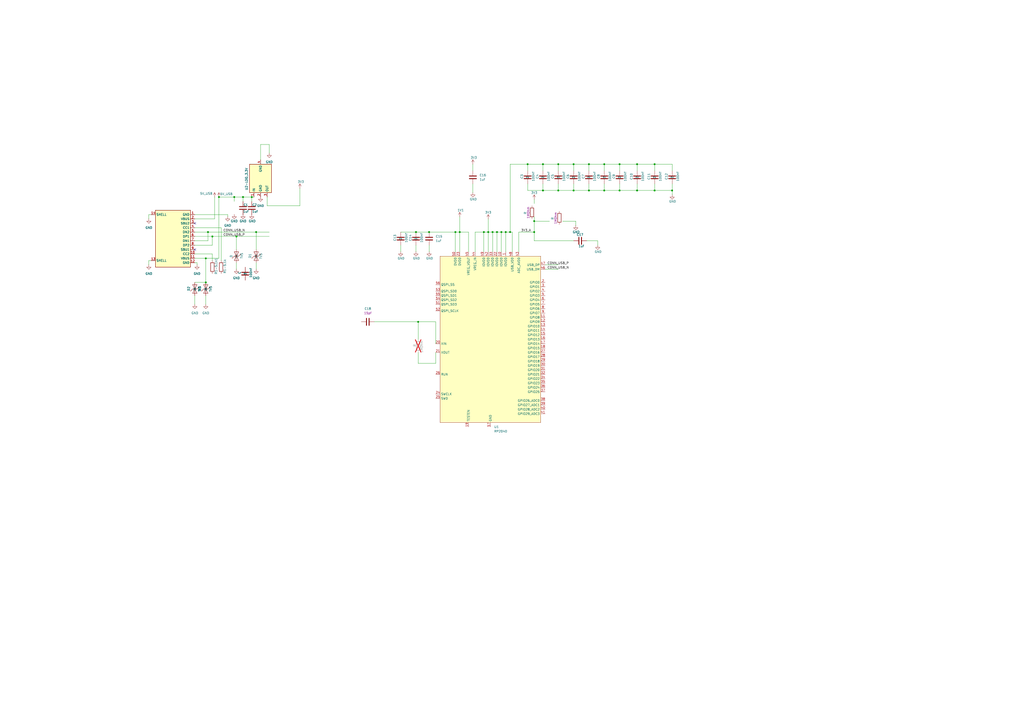
<source format=kicad_sch>
(kicad_sch (version 20250114) (generator "eeschema") (generator_version "9.0")
  (paper "A2")
  (lib_symbols
    (symbol "+1V0_1" (power) (pin_numbers (hide yes)) (pin_names (offset 0) (hide yes))
      (property "Value" "5V_USB" (at -4.826 2.032 0))
      (symbol "+1V0_1_0_1"
        (polyline (pts (xy -0.762 1.27) (xy 0 2.54)))
        (polyline (pts (xy 0 2.54) (xy 0.762 1.27)))
        (polyline (pts (xy 0 0) (xy 0 2.54)))
      )
      (symbol "+1V0_1_1_1"
        (pin power_in line (at 0 0 90) (length 0) (name "~") (number "1"))
      )
    )
    (symbol "C_2" (pin_numbers (hide yes)) (pin_names (offset 0.254))
      (property "Reference" "C" (at 24.638 17.5261 0))
      (property "Value" "1uf" (at 25.654 10.414 0))
      (symbol "C_2_0_1"
        (polyline (pts (xy 23.368 11.938) (xy 23.368 16.002)) (stroke (width 0.508)))
        (polyline (pts (xy 24.892 11.938) (xy 24.892 16.002)) (stroke (width 0.508)))
      )
      (symbol "C_2_1_1"
        (pin passive line (at 20.32 13.97 0) (length 2.794) (name "~") (number "1"))
        (pin passive line (at 27.94 13.97 180) (length 2.794) (name "~") (number "2"))
      )
    )
    (symbol "Device:C" (pin_numbers (hide yes)) (pin_names (offset 0.254))
      (property "Reference" "C" (at -13.462 10.922 0))
      (property "Value" "100nf" (at -13.462 4.318 0))
      (symbol "C_0_1"
        (polyline (pts (xy -14.732 5.588) (xy -14.732 9.652)) (stroke (width 0.508)))
        (polyline (pts (xy -13.208 5.588) (xy -13.208 9.652)) (stroke (width 0.508)))
      )
      (symbol "C_1_1"
        (pin passive line (at -17.78 7.62 0) (length 2.794) (name "1") (number "1"))
        (pin passive line (at -10.16 7.62 180) (length 2.794) (name "2") (number "2"))
      )
    )
    (symbol "Device:R" (pin_numbers (hide yes)) (pin_names (offset 0))
      (property "Reference" "R1-5.1k" (at 27.432 25.146 0))
      (symbol "R_0_1"
        (rectangle (start 28.575 28.321) (end 33.655 26.289) (stroke (width 0.254)))
      )
      (symbol "R_1_1"
        (pin passive line (at 27.305 27.305 0) (length 1.27) (name "~") (number "2"))
        (pin passive line (at 34.925 27.305 180) (length 1.27) (name "~") (number "1"))
      )
    )
    (symbol "ESD9B5.0ST5G_1" (pin_numbers (hide yes)) (pin_names (offset 1.016))
      (property "Reference" "D" (at -16.002 9.398 0))
      (property "Value" "TVS" (at -16.5099 2.54 0))
      (symbol "ESD9B5.0ST5G_1_0_1"
        (polyline (pts (xy -17.78 5.08) (xy -15.24 6.35) (xy -17.78 7.62) (xy -17.78 5.08)) (stroke (width 0.2032)))
        (polyline (pts (xy -16.51 8.89) (xy -15.24 7.62) (xy -15.24 5.08) (xy -13.97 3.81)) (stroke (width 0.2032)))
        (polyline (pts (xy -13.97 6.35) (xy -16.51 6.35)))
        (polyline (pts (xy -12.7 7.62) (xy -12.7 5.08) (xy -15.24 6.35) (xy -12.7 7.62)) (stroke (width 0.2032)))
      )
      (symbol "ESD9B5.0ST5G_1_1_1"
        (pin passive line (at -19.05 6.35 0) (length 2.54) (name "1") (number "1"))
        (pin passive line (at -11.43 6.35 180) (length 2.54) (name "2") (number "2"))
      )
    )
    (symbol "MCU_Microchip_AVR:AT90USB162-16A"
      (symbol "AT90USB162-16A_0_1"
        (rectangle (start -49.53 66.04) (end -29.21 33.02) (stroke (width 0.254)) (fill (type background)))
      )
      (symbol "AT90USB162-16A_1_1"
        (pin output line (at -52.07 63.5 0) (length 2.54) (name "SHELL") (number "14"))
        (pin output line (at -52.07 36.83 0) (length 2.54) (name "SHELL") (number "13"))
        (pin power_in line (at -26.67 63.5 180) (length 2.54) (name "GND") (number "1"))
        (pin power_in line (at -26.67 60.96 180) (length 2.54) (name "VBUS") (number "2"))
        (pin input line (at -26.67 58.42 180) (length 2.54) (name "SBU2") (number "3"))
        (pin input line (at -26.67 55.88 180) (length 2.54) (name "CC1") (number "4"))
        (pin input line (at -26.67 53.34 180) (length 2.54) (name "DN2") (number "5"))
        (pin input line (at -26.67 50.8 180) (length 2.54) (name "DP1") (number "6"))
        (pin input line (at -26.67 48.26 180) (length 2.54) (name "DN1") (number "7"))
        (pin input line (at -26.67 45.72 180) (length 2.54) (name "DP2") (number "8"))
        (pin input line (at -26.67 43.18 180) (length 2.54) (name "SBU1") (number "9"))
        (pin input line (at -26.67 40.64 180) (length 2.54) (name "CC2") (number "10"))
        (pin input line (at -26.67 38.1 180) (length 2.54) (name "VBUS") (number "11"))
        (pin power_in line (at -26.67 35.56 180) (length 2.54) (name "GND") (number "12"))
      )
    )
    (symbol "My_Lib:C_15pf" (pin_numbers (hide yes)) (pin_names (offset 0.254))
      (property "Reference" "C" (at 0.508 3.302 0))
      (property "Description" "15pf" (at 0 -3.302 0))
      (symbol "C_15pf_0_1"
        (polyline (pts (xy -0.762 -2.032) (xy -0.762 2.032)) (stroke (width 0.508)))
        (polyline (pts (xy 0.762 -2.032) (xy 0.762 2.032)) (stroke (width 0.508)))
      )
      (symbol "C_15pf_1_1"
        (pin passive line (at -3.81 0 0) (length 2.794) (name "~") (number "1"))
        (pin passive line (at 3.81 0 180) (length 2.794) (name "~") (number "2"))
      )
    )
    (symbol "My_Lib:C_1uf" (pin_numbers (hide yes)) (pin_names (offset 0.254))
      (property "Reference" "C" (at 24.638 17.5261 0))
      (property "Value" "1uf" (at 25.654 10.414 0))
      (symbol "C_1uf_0_1"
        (polyline (pts (xy 23.368 11.938) (xy 23.368 16.002)) (stroke (width 0.508)))
        (polyline (pts (xy 24.892 11.938) (xy 24.892 16.002)) (stroke (width 0.508)))
      )
      (symbol "C_1uf_1_1"
        (pin passive line (at 20.32 13.97 0) (length 2.794) (name "~") (number "1"))
        (pin passive line (at 27.94 13.97 180) (length 2.794) (name "~") (number "2"))
      )
    )
    (symbol "My_Lib:D_TVS" (pin_numbers (hide yes)) (pin_names (offset 1.016))
      (property "Reference" "D" (at -16.002 9.398 0))
      (property "Value" "TVS" (at -16.5099 2.54 0))
      (symbol "D_TVS_0_1"
        (polyline (pts (xy -17.78 5.08) (xy -15.24 6.35) (xy -17.78 7.62) (xy -17.78 5.08)) (stroke (width 0.2032)))
        (polyline (pts (xy -16.51 8.89) (xy -15.24 7.62) (xy -15.24 5.08) (xy -13.97 3.81)) (stroke (width 0.2032)))
        (polyline (pts (xy -13.97 6.35) (xy -16.51 6.35)))
        (polyline (pts (xy -12.7 7.62) (xy -12.7 5.08) (xy -15.24 6.35) (xy -12.7 7.62)) (stroke (width 0.2032)))
      )
      (symbol "D_TVS_1_1"
        (pin passive line (at -19.05 6.35 0) (length 2.54) (name "1") (number "1"))
        (pin passive line (at -11.43 6.35 180) (length 2.54) (name "2") (number "2"))
      )
    )
    (symbol "My_Lib:R-5.1k" (pin_numbers (hide yes)) (pin_names (offset 0))
      (property "Reference" "R1-5.1k1" (at 26.924 25.146 0))
      (symbol "R-5.1k_0_1"
        (rectangle (start 28.575 28.321) (end 33.655 26.289) (stroke (width 0.254)))
      )
      (symbol "R-5.1k_1_1"
        (pin passive line (at 27.305 27.305 0) (length 1.27) (name "~") (number "2"))
        (pin passive line (at 34.925 27.305 180) (length 1.27) (name "~") (number "1"))
      )
    )
    (symbol "R_1" (pin_numbers (hide yes)) (pin_names (offset 0))
      (property "Reference" "R" (at 2.286 2.032 0))
      (property "Description" "1MOhm" (at 1.778 0.254 0))
      (symbol "R_1_0_1"
        (rectangle (start -0.635 -0.889) (end 4.445 -2.921) (stroke (width 0.254)))
      )
      (symbol "R_1_1_1"
        (pin passive line (at -1.905 -1.905 0) (length 1.27) (name "~") (number "1"))
        (pin passive line (at 5.715 -1.905 180) (length 1.27) (name "~") (number "2"))
      )
    )
    (symbol "R_2" (pin_numbers (hide yes)) (pin_names (offset 0))
      (property "Reference" "R" (at 2.286 2.032 0))
      (property "Description" "1MOhm" (at 1.778 0.254 0))
      (symbol "R_2_0_1"
        (rectangle (start -0.635 -0.889) (end 4.445 -2.921) (stroke (width 0.254)))
      )
      (symbol "R_2_1_1"
        (pin passive line (at -1.905 -1.905 0) (length 1.27) (name "~") (number "1"))
        (pin passive line (at 5.715 -1.905 180) (length 1.27) (name "~") (number "2"))
      )
    )
    (symbol "R_3" (pin_numbers (hide yes)) (pin_names (offset 0))
      (property "Reference" "R" (at 2.286 2.032 0))
      (property "Description" "1MOhm" (at 1.778 0.254 0))
      (symbol "R_3_0_1"
        (rectangle (start -0.635 -0.889) (end 4.445 -2.921) (stroke (width 0.254)))
      )
      (symbol "R_3_1_1"
        (pin passive line (at -1.905 -1.905 0) (length 1.27) (name "~") (number "1"))
        (pin passive line (at 5.715 -1.905 180) (length 1.27) (name "~") (number "2"))
      )
    )
    (symbol "Regulator_Linear:LDO40LPU33RY"
      (property "Reference" "U2-LDO_3.3V" (at 0 9.652 0))
      (symbol "LDO40LPU33RY_1_1"
        (rectangle (start -10.16 7.62) (end 6.35 -5.08) (stroke (width 0.254)) (fill (type background)))
        (pin power_in line (at -12.7 5.08 0) (length 2.54) (name "IN") (number "1"))
        (pin input line (at -12.7 1.27 0) (length 2.54) (name "GND") (number "2"))
        (pin input line (at -12.7 -2.54 0) (length 2.54) (name "OUT") (number "3"))
        (pin input line (at 8.89 1.27 180) (length 2.54) (name "GND") (number "4"))
      )
    )
    (symbol "osh_sym:RP2040"
      (property "Reference" "U" (at 0 58.42 0))
      (property "Value" "RP2040" (at 0 -53.34 0))
      (symbol "RP2040_0_1"
        (rectangle (start -29.21 50.8) (end 29.21 -45.72) (fill (type background)))
        (pin bidirectional line (at -31.75 34.29 0) (length 2.54) (name "QSPI_SS") (number "56"))
        (pin bidirectional line (at -31.75 30.48 0) (length 2.54) (name "QSPI_SD0") (number "53"))
        (pin bidirectional line (at -31.75 27.94 0) (length 2.54) (name "QSPI_SD1") (number "55"))
        (pin bidirectional line (at -31.75 25.4 0) (length 2.54) (name "QSPI_SD2") (number "54"))
        (pin bidirectional line (at -31.75 22.86 0) (length 2.54) (name "QSPI_SD3") (number "51"))
        (pin output line (at -31.75 19.05 0) (length 2.54) (name "QSPI_SCLK") (number "52"))
        (pin input line (at -31.75 0 0) (length 2.54) (name "XIN") (number "20"))
        (pin unspecified line (at -31.75 -5.08 0) (length 2.54) (name "XOUT") (number "21"))
        (pin input line (at -31.75 -17.78 0) (length 2.54) (name "RUN") (number "26"))
        (pin output line (at -31.75 -29.21 0) (length 2.54) (name "SWCLK") (number "24"))
        (pin bidirectional line (at -31.75 -31.75 0) (length 2.54) (name "SWD") (number "25"))
        (pin bidirectional line (at -20.32 53.34 270) (length 2.54) (name "DVDD") (number "50"))
        (pin bidirectional line (at -17.78 53.34 270) (length 2.54) (name "DVDD") (number "23"))
        (pin bidirectional line (at -12.7 53.34 270) (length 2.54) (name "VREG_VOUT") (number "45"))
        (pin unspecified line (at -12.7 -48.26 90) (length 2.54) (name "TESTEN") (number "19"))
        (pin bidirectional line (at -8.89 53.34 270) (length 2.54) (name "VREG_IN") (number "44"))
        (pin bidirectional line (at -3.81 53.34 270) (length 2.54) (name "IOVDD") (number "49"))
        (pin bidirectional line (at -1.27 53.34 270) (length 2.54) (name "IOVDD") (number "42"))
        (pin bidirectional line (at 0 -48.26 90) (length 2.54) (name "GND") (number "57"))
        (pin bidirectional line (at 1.27 53.34 270) (length 2.54) (name "IOVDD") (number "33"))
        (pin bidirectional line (at 3.81 53.34 270) (length 2.54) (name "IOVDD") (number "22"))
        (pin bidirectional line (at 6.35 53.34 270) (length 2.54) (name "IOVDD") (number "10"))
        (pin bidirectional line (at 8.89 53.34 270) (length 2.54) (name "IOVDD") (number "1"))
        (pin bidirectional line (at 12.7 53.34 270) (length 2.54) (name "USB_VDD") (number "48"))
        (pin bidirectional line (at 16.51 53.34 270) (length 2.54) (name "ADC_AVDD") (number "43"))
        (pin bidirectional line (at 31.75 45.72 180) (length 2.54) (name "USB_DP") (number "47"))
        (pin bidirectional line (at 31.75 43.18 180) (length 2.54) (name "USB_DM") (number "46"))
        (pin bidirectional line (at 31.75 35.56 180) (length 2.54) (name "GPIO0") (number "2"))
        (pin bidirectional line (at 31.75 33.02 180) (length 2.54) (name "GPIO1") (number "3"))
        (pin bidirectional line (at 31.75 30.48 180) (length 2.54) (name "GPIO2") (number "4"))
        (pin bidirectional line (at 31.75 27.94 180) (length 2.54) (name "GPIO3") (number "5"))
        (pin bidirectional line (at 31.75 25.4 180) (length 2.54) (name "GPIO4") (number "6"))
        (pin bidirectional line (at 31.75 22.86 180) (length 2.54) (name "GPIO5") (number "7"))
        (pin bidirectional line (at 31.75 20.32 180) (length 2.54) (name "GPIO6") (number "8"))
        (pin bidirectional line (at 31.75 17.78 180) (length 2.54) (name "GPIO7") (number "9"))
        (pin bidirectional line (at 31.75 15.24 180) (length 2.54) (name "GPIO8") (number "11"))
        (pin bidirectional line (at 31.75 12.7 180) (length 2.54) (name "GPIO9") (number "12"))
        (pin bidirectional line (at 31.75 10.16 180) (length 2.54) (name "GPIO10") (number "13"))
        (pin bidirectional line (at 31.75 7.62 180) (length 2.54) (name "GPIO11") (number "14"))
        (pin bidirectional line (at 31.75 5.08 180) (length 2.54) (name "GPIO12") (number "15"))
        (pin bidirectional line (at 31.75 2.54 180) (length 2.54) (name "GPIO13") (number "16"))
        (pin bidirectional line (at 31.75 0 180) (length 2.54) (name "GPIO14") (number "17"))
        (pin bidirectional line (at 31.75 -2.54 180) (length 2.54) (name "GPIO15") (number "18"))
        (pin bidirectional line (at 31.75 -5.08 180) (length 2.54) (name "GPIO16") (number "27"))
        (pin bidirectional line (at 31.75 -7.62 180) (length 2.54) (name "GPIO17") (number "28"))
        (pin bidirectional line (at 31.75 -10.16 180) (length 2.54) (name "GPIO18") (number "29"))
        (pin bidirectional line (at 31.75 -12.7 180) (length 2.54) (name "GPIO19") (number "30"))
        (pin bidirectional line (at 31.75 -15.24 180) (length 2.54) (name "GPIO20") (number "31"))
        (pin bidirectional line (at 31.75 -17.78 180) (length 2.54) (name "GPIO21") (number "32"))
        (pin bidirectional line (at 31.75 -20.32 180) (length 2.54) (name "GPIO22") (number "34"))
        (pin bidirectional line (at 31.75 -22.86 180) (length 2.54) (name "GPIO23") (number "35"))
        (pin bidirectional line (at 31.75 -25.4 180) (length 2.54) (name "GPIO24") (number "36"))
        (pin bidirectional line (at 31.75 -27.94 180) (length 2.54) (name "GPIO25") (number "37"))
        (pin bidirectional line (at 31.75 -33.02 180) (length 2.54) (name "GPIO26_ADC0") (number "38"))
        (pin bidirectional line (at 31.75 -35.56 180) (length 2.54) (name "GPIO27_ADC1") (number "39"))
        (pin bidirectional line (at 31.75 -38.1 180) (length 2.54) (name "GPIO28_ADC2") (number "40"))
        (pin bidirectional line (at 31.75 -40.64 180) (length 2.54) (name "GPIO29_ADC3") (number "41"))
      )
    )
    (symbol "power:+1V0" (power) (pin_numbers (hide yes)) (pin_names (offset 0) (hide yes))
      (property "Value" "5V_USB" (at 4.318 1.778 0))
      (symbol "+1V0_0_1"
        (polyline (pts (xy -0.762 1.27) (xy 0 2.54)))
        (polyline (pts (xy 0 2.54) (xy 0.762 1.27)))
        (polyline (pts (xy 0 0) (xy 0 2.54)))
      )
      (symbol "+1V0_1_1"
        (pin power_in line (at 0 0 90) (length 0) (name "~") (number "1"))
      )
    )
    (symbol "power:GND" (power) (pin_numbers (hide yes)) (pin_names (offset 0) (hide yes))
      (property "Value" "GND" (at 0 -3.81 0))
      (symbol "GND_0_1"
        (polyline (pts (xy 0 0) (xy 0 -1.27) (xy 1.27 -1.27) (xy 0 -2.54) (xy -1.27 -1.27) (xy 0 -1.27)))
      )
      (symbol "GND_1_1"
        (pin power_in line (at 0 0 270) (length 0) (name "~") (number "1"))
      )
    )
  )
  (junction (at 323.85 110.49))
  (junction (at 309.88 134.62))
  (junction (at 140.97 114.3))
  (junction (at 350.52 110.49))
  (junction (at 350.52 95.25))
  (junction (at 288.29 134.62))
  (junction (at 123.19 137.16))
  (junction (at 369.57 95.25))
  (junction (at 248.92 134.62))
  (junction (at 266.7 134.62))
  (junction (at 119.38 163.83))
  (junction (at 135.89 114.3))
  (junction (at 309.88 128.27))
  (junction (at 280.67 134.62))
  (junction (at 283.21 134.62))
  (junction (at 323.85 95.25))
  (junction (at 369.57 110.49))
  (junction (at 314.96 110.49))
  (junction (at 264.16 134.62))
  (junction (at 137.16 137.16))
  (junction (at 341.63 110.49))
  (junction (at 120.65 134.62))
  (junction (at 295.91 134.62))
  (junction (at 359.41 110.49))
  (junction (at 359.41 95.25))
  (junction (at 285.75 134.62))
  (junction (at 332.74 95.25))
  (junction (at 127 114.3))
  (junction (at 290.83 134.62))
  (junction (at 332.74 110.49))
  (junction (at 148.59 134.62))
  (junction (at 241.3 134.62))
  (junction (at 306.07 95.25))
  (junction (at 293.37 134.62))
  (junction (at 389.89 110.49))
  (junction (at 242.57 186.69))
  (junction (at 119.38 149.86))
  (junction (at 146.05 114.3))
  (junction (at 341.63 95.25))
  (junction (at 379.73 110.49))
  (junction (at 379.73 95.25))
  (junction (at 314.96 95.25))
  (no_connect (at 113.03 129.54))
  (no_connect (at 113.03 144.78))
  (wire (pts (xy 248.92 134.62) (xy 264.16 134.62)))
  (wire (pts (xy 359.41 110.49) (xy 369.57 110.49)))
  (wire (pts (xy 283.21 134.62) (xy 283.21 146.05)))
  (wire (pts (xy 314.96 106.68) (xy 314.96 110.49)))
  (wire (pts (xy 113.03 163.83) (xy 119.38 163.83)))
  (wire (pts (xy 323.85 95.25) (xy 332.74 95.25)))
  (wire (pts (xy 87.63 124.46) (xy 86.36 124.46)))
  (wire (pts (xy 151.13 83.82) (xy 156.21 83.82)))
  (wire (pts (xy 113.03 171.45) (xy 113.03 176.53)))
  (wire (pts (xy 119.38 171.45) (xy 119.38 176.53)))
  (wire (pts (xy 127 114.3) (xy 127 149.86)))
  (wire (pts (xy 332.74 95.25) (xy 341.63 95.25)))
  (wire (pts (xy 323.85 110.49) (xy 332.74 110.49)))
  (wire (pts (xy 359.41 95.25) (xy 369.57 95.25)))
  (wire (pts (xy 309.88 115.57) (xy 309.88 118.11)))
  (wire (pts (xy 151.13 92.71) (xy 151.13 83.82)))
  (wire (pts (xy 242.57 204.47) (xy 242.57 210.82)))
  (wire (pts (xy 288.29 134.62) (xy 290.83 134.62)))
  (wire (pts (xy 140.97 114.3) (xy 135.89 114.3)))
  (wire (pts (xy 135.89 114.3) (xy 135.89 116.84)))
  (wire (pts (xy 156.21 83.82) (xy 156.21 88.9)))
  (wire (pts (xy 86.36 124.46) (xy 86.36 127)))
  (wire (pts (xy 137.16 137.16) (xy 156.21 137.16)))
  (wire (pts (xy 309.88 134.62) (xy 309.88 139.7)))
  (wire (pts (xy 293.37 134.62) (xy 295.91 134.62)))
  (wire (pts (xy 120.65 134.62) (xy 148.59 134.62)))
  (wire (pts (xy 148.59 152.4) (xy 148.59 156.21)))
  (wire (pts (xy 275.59 134.62) (xy 280.67 134.62)))
  (wire (pts (xy 350.52 95.25) (xy 350.52 99.06)))
  (wire (pts (xy 306.07 106.68) (xy 306.07 110.49)))
  (wire (pts (xy 369.57 110.49) (xy 379.73 110.49)))
  (wire (pts (xy 242.57 186.69) (xy 252.73 186.69)))
  (wire (pts (xy 283.21 127) (xy 283.21 134.62)))
  (wire (pts (xy 275.59 134.62) (xy 275.59 146.05)))
  (wire (pts (xy 119.38 149.86) (xy 119.38 163.83)))
  (wire (pts (xy 148.59 134.62) (xy 148.59 144.78)))
  (wire (pts (xy 113.03 134.62) (xy 120.65 134.62)))
  (wire (pts (xy 316.23 156.21) (xy 323.85 156.21)))
  (wire (pts (xy 113.03 139.7) (xy 120.65 139.7)))
  (wire (pts (xy 379.73 110.49) (xy 389.89 110.49)))
  (wire (pts (xy 217.17 186.69) (xy 242.57 186.69)))
  (wire (pts (xy 389.89 110.49) (xy 389.89 113.03)))
  (wire (pts (xy 285.75 134.62) (xy 285.75 146.05)))
  (wire (pts (xy 309.88 139.7) (xy 332.74 139.7)))
  (wire (pts (xy 309.88 128.27) (xy 318.77 128.27)))
  (wire (pts (xy 297.18 134.62) (xy 297.18 146.05)))
  (wire (pts (xy 147.32 114.3) (xy 146.05 114.3)))
  (wire (pts (xy 137.16 137.16) (xy 137.16 144.78)))
  (wire (pts (xy 350.52 106.68) (xy 350.52 110.49)))
  (wire (pts (xy 241.3 134.62) (xy 248.92 134.62)))
  (wire (pts (xy 309.88 125.73) (xy 309.88 128.27)))
  (wire (pts (xy 128.27 132.08) (xy 128.27 151.13)))
  (wire (pts (xy 288.29 134.62) (xy 288.29 146.05)))
  (wire (pts (xy 120.65 134.62) (xy 120.65 139.7)))
  (wire (pts (xy 332.74 106.68) (xy 332.74 110.49)))
  (wire (pts (xy 113.03 132.08) (xy 128.27 132.08)))
  (wire (pts (xy 248.92 146.05) (xy 248.92 142.24)))
  (wire (pts (xy 242.57 210.82) (xy 252.73 210.82)))
  (wire (pts (xy 232.41 146.05) (xy 232.41 142.24)))
  (wire (pts (xy 132.08 124.46) (xy 132.08 125.73)))
  (wire (pts (xy 300.99 146.05) (xy 300.99 134.62)))
  (wire (pts (xy 123.19 137.16) (xy 123.19 142.24)))
  (wire (pts (xy 119.38 149.86) (xy 113.03 149.86)))
  (wire (pts (xy 290.83 134.62) (xy 293.37 134.62)))
  (wire (pts (xy 113.03 152.4) (xy 114.3 152.4)))
  (wire (pts (xy 389.89 110.49) (xy 389.89 106.68)))
  (wire (pts (xy 173.99 109.22) (xy 173.99 119.38)))
  (wire (pts (xy 341.63 110.49) (xy 350.52 110.49)))
  (wire (pts (xy 113.03 127) (xy 124.46 127)))
  (wire (pts (xy 350.52 95.25) (xy 359.41 95.25)))
  (wire (pts (xy 252.73 186.69) (xy 252.73 199.39)))
  (wire (pts (xy 146.05 114.3) (xy 146.05 116.84)))
  (wire (pts (xy 359.41 106.68) (xy 359.41 110.49)))
  (wire (pts (xy 314.96 110.49) (xy 323.85 110.49)))
  (wire (pts (xy 283.21 134.62) (xy 285.75 134.62)))
  (wire (pts (xy 340.36 139.7) (xy 346.71 139.7)))
  (wire (pts (xy 295.91 134.62) (xy 297.18 134.62)))
  (wire (pts (xy 306.07 95.25) (xy 314.96 95.25)))
  (wire (pts (xy 280.67 134.62) (xy 283.21 134.62)))
  (wire (pts (xy 148.59 134.62) (xy 156.21 134.62)))
  (wire (pts (xy 252.73 210.82) (xy 252.73 204.47)))
  (wire (pts (xy 274.32 95.25) (xy 274.32 99.06)))
  (wire (pts (xy 314.96 95.25) (xy 323.85 95.25)))
  (wire (pts (xy 369.57 106.68) (xy 369.57 110.49)))
  (wire (pts (xy 280.67 134.62) (xy 280.67 146.05)))
  (wire (pts (xy 113.03 124.46) (xy 132.08 124.46)))
  (wire (pts (xy 300.99 134.62) (xy 309.88 134.62)))
  (wire (pts (xy 290.83 134.62) (xy 290.83 146.05)))
  (wire (pts (xy 86.36 151.13) (xy 86.36 153.67)))
  (wire (pts (xy 264.16 146.05) (xy 264.16 134.62)))
  (wire (pts (xy 323.85 106.68) (xy 323.85 110.49)))
  (wire (pts (xy 346.71 139.7) (xy 346.71 142.24)))
  (wire (pts (xy 309.88 128.27) (xy 309.88 134.62)))
  (wire (pts (xy 154.94 119.38) (xy 154.94 114.3)))
  (wire (pts (xy 266.7 134.62) (xy 271.78 134.62)))
  (wire (pts (xy 369.57 95.25) (xy 379.73 95.25)))
  (wire (pts (xy 341.63 106.68) (xy 341.63 110.49)))
  (wire (pts (xy 332.74 95.25) (xy 332.74 99.06)))
  (wire (pts (xy 379.73 95.25) (xy 379.73 99.06)))
  (wire (pts (xy 295.91 95.25) (xy 306.07 95.25)))
  (wire (pts (xy 274.32 106.68) (xy 274.32 111.76)))
  (wire (pts (xy 146.05 114.3) (xy 140.97 114.3)))
  (wire (pts (xy 137.16 152.4) (xy 137.16 156.21)))
  (wire (pts (xy 271.78 134.62) (xy 271.78 146.05)))
  (wire (pts (xy 369.57 95.25) (xy 369.57 99.06)))
  (wire (pts (xy 389.89 95.25) (xy 389.89 99.06)))
  (wire (pts (xy 341.63 95.25) (xy 341.63 99.06)))
  (wire (pts (xy 154.94 119.38) (xy 173.99 119.38)))
  (wire (pts (xy 232.41 134.62) (xy 241.3 134.62)))
  (wire (pts (xy 241.3 146.05) (xy 241.3 142.24)))
  (wire (pts (xy 114.3 152.4) (xy 114.3 153.67)))
  (wire (pts (xy 123.19 137.16) (xy 137.16 137.16)))
  (wire (pts (xy 140.97 114.3) (xy 140.97 116.84)))
  (wire (pts (xy 135.89 114.3) (xy 127 114.3)))
  (wire (pts (xy 306.07 110.49) (xy 314.96 110.49)))
  (wire (pts (xy 124.46 127) (xy 124.46 114.3)))
  (wire (pts (xy 266.7 125.73) (xy 266.7 134.62)))
  (wire (pts (xy 123.19 142.24) (xy 113.03 142.24)))
  (wire (pts (xy 295.91 134.62) (xy 295.91 95.25)))
  (wire (pts (xy 350.52 110.49) (xy 359.41 110.49)))
  (wire (pts (xy 127 149.86) (xy 119.38 149.86)))
  (wire (pts (xy 379.73 95.25) (xy 389.89 95.25)))
  (wire (pts (xy 332.74 110.49) (xy 341.63 110.49)))
  (wire (pts (xy 314.96 95.25) (xy 314.96 99.06)))
  (wire (pts (xy 306.07 95.25) (xy 306.07 99.06)))
  (wire (pts (xy 316.23 153.67) (xy 323.85 153.67)))
  (wire (pts (xy 242.57 186.69) (xy 242.57 196.85)))
  (wire (pts (xy 285.75 134.62) (xy 288.29 134.62)))
  (wire (pts (xy 293.37 134.62) (xy 293.37 146.05)))
  (wire (pts (xy 264.16 134.62) (xy 266.7 134.62)))
  (wire (pts (xy 87.63 151.13) (xy 86.36 151.13)))
  (wire (pts (xy 326.39 128.27) (xy 334.01 128.27)))
  (wire (pts (xy 113.03 147.32) (xy 123.19 147.32)))
  (wire (pts (xy 123.19 147.32) (xy 123.19 151.13)))
  (wire (pts (xy 341.63 95.25) (xy 350.52 95.25)))
  (wire (pts (xy 379.73 106.68) (xy 379.73 110.49)))
  (wire (pts (xy 334.01 128.27) (xy 334.01 130.81)))
  (wire (pts (xy 323.85 95.25) (xy 323.85 99.06)))
  (wire (pts (xy 113.03 137.16) (xy 123.19 137.16)))
  (wire (pts (xy 359.41 95.25) (xy 359.41 99.06)))
  (wire (pts (xy 266.7 134.62) (xy 266.7 146.05)))
  (label "3V3_A" (at 302.26 134.62 0))
  (label "CONN_USB_P" (at 129.54 137.16 0))
  (label "CONN_USB_P" (at 317.5 153.67 0))
  (label "CONN_USB_N" (at 129.54 134.62 0))
  (label "CONN_USB_N" (at 317.5 156.21 0))
  (symbol (lib_id "power:+1V0") (at 309.88 115.57 0) (unit 1)
    (property "Reference" "#PWR025" (effects (hide yes)))
    (property "Value" "3V3" (at 309.88 111.76 0))
    (property "Description" "Power symbol creates a global label with name \"+1V0\"" (effects (hide yes)))
  )
  (symbol (lib_id "My_Lib:C_1uf") (at 262.89 162.56 90) (unit 1)
    (property "Reference" "C15" (at 252.73 137.1599 90) (effects (justify right)))
    (property "Value" "1uf" (at 252.73 139.6999 90) (effects (justify right)))
    (property "Datasheet" "https://www.lcsc.com/datasheet/C29936.pdf" (effects (hide yes)))
    (property "Description" "25V 1uF X7R ±10% 0603 Ceramic Capacitors ROHS" (effects (hide yes)))
    (property "LCSC Part" "C29936" (effects (hide yes)))
  )
  (symbol (lib_id "My_Lib:D_TVS") (at 119.38 152.4 90) (unit 1)
    (property "Reference" "D2" (at 109.474 166.116 0) (effects (justify right)))
    (property "Value" "TVS" (at 115.824 165.862 0) (effects (justify right)))
    (property "Datasheet" "https://www.lcsc.com/datasheet/C10662.pdf" (effects (hide yes)))
    (property "Description" "40V Bidirectional 14V 0402 TVS Diodes ROHS" (effects (hide yes)))
    (property "LCSC Part" "C10662" (effects (hide yes)))
  )
  (symbol (lib_id "power:GND") (at 114.3 153.67 0) (unit 1)
    (property "Reference" "#PWR03" (effects (hide yes)))
    (property "Value" "GND" (at 114.3 158.75 0))
    (property "Description" "Power symbol creates a global label with name \"GND\" , ground" (effects (hide yes)))
  )
  (symbol (lib_name "R_3") (lib_id "Device:R") (at 240.665 202.565 90) (unit 1) (dnp yes)
    (property "Reference" "R" (at 240.538 199.644 0) (effects (justify right)))
    (property "Value" "RC0402FR-071ML" (effects (hide yes)))
    (property "Datasheet" "https://www.lcsc.com/datasheet/C138033.pdf" (effects (hide yes)))
    (property "Description" "1MOhm" (at 244.602 197.612 0) (effects (justify right)))
    (property "LCSC Part" "C138033" (effects (hide yes)))
  )
  (symbol (lib_id "power:+1V0") (at 127 114.3 0) (unit 1)
    (property "Reference" "#PWR06" (effects (hide yes)))
    (property "Value" "5V_USB" (at 131.318 112.522 0))
    (property "Description" "Power symbol creates a global label with name \"+1V0\"" (effects (hide yes)))
  )
  (symbol (lib_id "My_Lib:C_15pf") (at 213.36 186.69 0) (unit 1)
    (property "Reference" "C18" (at 213.36 179.07 0))
    (property "Value" "CC0402JRNPO9BN150" (effects (hide yes)))
    (property "Datasheet" "https://www.lcsc.com/datasheet/C106997.pdf" (effects (hide yes)))
    (property "Description" "15pf" (at 213.36 181.61 0))
    (property "LCSC Part" "106997" (effects (hide yes)))
  )
  (symbol (lib_id "Device:R") (at 155.575 186.055 90) (unit 1)
    (property "Reference" "R1-5.1k" (at 130.429 158.623 0) (effects (justify left)))
    (property "Value" "0402WGF5101TCE" (effects (hide yes)))
    (property "Datasheet" "https://www.lcsc.com/datasheet/C25905.pdf" (effects (hide yes)))
    (property "Description" "5.1kΩ 62.5mW 50V ±100ppm/℃ Thick Film Resistor ±1% 0402 Chip Resistor - Surface Mount ROHS" (effects (hide yes)))
    (property "LCSC Part" "C25905" (effects (hide yes)))
  )
  (symbol (lib_id "power:GND") (at 119.38 176.53 0) (unit 1)
    (property "Reference" "#PWR010" (effects (hide yes)))
    (property "Value" "GND" (at 119.38 181.61 0))
    (property "Description" "Power symbol creates a global label with name \"GND\" , ground" (effects (hide yes)))
  )
  (symbol (lib_id "power:GND") (at 140.97 124.46 0) (unit 1)
    (property "Reference" "#PWR014" (effects (hide yes)))
    (property "Value" "GND" (at 140.97 128.27 0))
    (property "Description" "Power symbol creates a global label with name \"GND\" , ground" (effects (hide yes)))
  )
  (symbol (lib_id "power:GND") (at 241.3 146.05 0) (unit 1)
    (property "Reference" "#PWR021" (effects (hide yes)))
    (property "Value" "GND" (at 241.554 149.86 0))
    (property "Description" "Power symbol creates a global label with name \"GND\" , ground" (effects (hide yes)))
  )
  (symbol (lib_id "power:GND") (at 346.71 142.24 0) (unit 1)
    (property "Reference" "#PWR026" (effects (hide yes)))
    (property "Value" "GND" (at 346.964 146.05 0))
    (property "Description" "Power symbol creates a global label with name \"GND\" , ground" (effects (hide yes)))
  )
  (symbol (lib_id "power:+1V0") (at 283.21 127 0) (unit 1)
    (property "Reference" "#PWR017" (effects (hide yes)))
    (property "Value" "3V3" (at 283.21 123.19 0))
    (property "Description" "Power symbol creates a global label with name \"+1V0\"" (effects (hide yes)))
  )
  (symbol (lib_id "Device:C") (at 149.86 144.78 90) (unit 1)
    (property "Reference" "C" (at 138.938 158.242 0))
    (property "Value" "100nf" (at 145.542 158.242 0))
    (property "Datasheet" "https://www.lcsc.com/datasheet/C60474.pdf" (effects (hide yes)))
    (property "Description" "16V 100nF X7R ±10% 0402 Ceramic Capacitors ROHScapacitor" (effects (hide yes)))
    (property "LCSC Part" "C60474 " (effects (hide yes)))
  )
  (symbol (lib_id "power:GND") (at 248.92 146.05 0) (unit 1)
    (property "Reference" "#PWR022" (effects (hide yes)))
    (property "Value" "GND" (at 249.174 149.86 0))
    (property "Description" "Power symbol creates a global label with name \"GND\" , ground" (effects (hide yes)))
  )
  (symbol (lib_name "C_2") (lib_id "Device:C") (at 154.94 144.78 90) (unit 1)
    (property "Reference" "C1" (at 141.224 118.872 90) (effects (justify right)))
    (property "Value" "1uf" (at 140.97 122.682 90) (effects (justify right)))
    (property "Datasheet" "https://www.lcsc.com/datasheet/C29936.pdf" (effects (hide yes)))
    (property "Description" "25V 1uF X7R ±10% 0603 Ceramic Capacitors ROHS" (effects (hide yes)))
    (property "LCSC Part" "C29936" (effects (hide yes)))
  )
  (symbol (lib_id "Regulator_Linear:LDO40LPU33RY") (at 152.4 101.6 90) (unit 1)
    (property "Reference" "U2-LDO_3.3V" (at 143.002 97.282 0) (effects (justify right)))
    (property "Value" "LM3940IMP-3.3/NOPB" (effects (hide yes)))
    (property "Datasheet" "https://www.lcsc.com/datasheet/C140319.pdf" (effects (hide yes)))
    (property "Description" "Positive Fixed 3.3V SOT-223 Voltage Regulators - Linear, Low Drop Out (LDO) Regulators ROHS" (effects (hide yes)))
    (property "LCSC Part " "C140319" (effects (hide yes)))
  )
  (symbol (lib_id "power:GND") (at 86.36 127 0) (unit 1)
    (property "Reference" "#PWR01" (effects (hide yes)))
    (property "Value" "GND" (at 86.36 132.08 0))
    (property "Description" "Power symbol creates a global label with name \"GND\" , ground" (effects (hide yes)))
  )
  (symbol (lib_id "Device:C") (at 248.92 124.46 90) (unit 1)
    (property "Reference" "C14" (at 237.998 137.922 0))
    (property "Value" "100nf" (at 244.602 137.922 0))
    (property "Datasheet" "https://www.lcsc.com/datasheet/C60474.pdf" (effects (hide yes)))
    (property "Description" "16V 100nF X7R ±10% 0402 Ceramic Capacitors ROHScapacitor" (effects (hide yes)))
    (property "LCSC Part" "C60474 " (effects (hide yes)))
  )
  (symbol (lib_id "power:+1V0") (at 266.7 125.73 0) (unit 1)
    (property "Reference" "#PWR018" (effects (hide yes)))
    (property "Value" "1V1" (at 267.208 121.92 0))
    (property "Description" "Power symbol creates a global label with name \"+1V0\"" (effects (hide yes)))
  )
  (symbol (lib_name "R_2") (lib_id "Device:R") (at 322.58 128.27 90) (unit 1)
    (property "Reference" "R" (at 320.548 125.984 0) (effects (justify right)))
    (property "Value" "RC0402FR-071ML" (effects (hide yes)))
    (property "Datasheet" "https://www.lcsc.com/datasheet/C138033.pdf" (effects (hide yes)))
    (property "Description" "1MOhm" (at 322.326 126.492 0))
    (property "LCSC Part" "C138033" (effects (hide yes)))
  )
  (symbol (lib_id "power:GND") (at 86.36 153.67 0) (unit 1)
    (property "Reference" "#PWR02" (effects (hide yes)))
    (property "Value" "GND" (at 86.36 158.75 0))
    (property "Description" "Power symbol creates a global label with name \"GND\" , ground" (effects (hide yes)))
  )
  (symbol (lib_name "ESD9B5.0ST5G_1") (lib_id "Diode:ESD9B5.0ST5G") (at 143.51 133.35 90) (unit 1)
    (property "Reference" "D" (at 134.112 149.352 0) (effects (justify left)))
    (property "Value" "TVS" (at 140.208 150.114 0) (effects (justify left)))
    (property "Datasheet" "https://www.lcsc.com/datasheet/C10662.pdf" (effects (hide yes)))
    (property "Description" "40V Bidirectional 14V 0402 TVS Diodes ROHS" (effects (hide yes)))
    (property "LCSC Part" "C10662" (effects (hide yes)))
  )
  (symbol (lib_id "Device:C") (at 387.35 88.9 90) (unit 1)
    (property "Reference" "C11" (at 376.428 102.362 0))
    (property "Value" "100nf" (at 383.032 102.362 0))
    (property "Datasheet" "https://www.lcsc.com/datasheet/C60474.pdf" (effects (hide yes)))
    (property "Description" "16V 100nF X7R ±10% 0402 Ceramic Capacitors ROHScapacitor" (effects (hide yes)))
    (property "LCSC Part" "C60474 " (effects (hide yes)))
  )
  (symbol (lib_id "Device:C") (at 349.25 88.9 90) (unit 1)
    (property "Reference" "C7" (at 338.328 102.362 0))
    (property "Value" "100nf" (at 344.932 102.362 0))
    (property "Datasheet" "https://www.lcsc.com/datasheet/C60474.pdf" (effects (hide yes)))
    (property "Description" "16V 100nF X7R ±10% 0402 Ceramic Capacitors ROHScapacitor" (effects (hide yes)))
    (property "LCSC Part" "C60474 " (effects (hide yes)))
  )
  (symbol (lib_id "MCU_Microchip_AVR:AT90USB162-16A") (at 139.7 187.96 0) (unit 1)
    (property "Reference" "TYPE-C" (effects (hide yes)))
    (property "Value" "TYPE-C 16PIN 2MD(073)" (effects (hide yes)))
    (property "Datasheet" "https://www.lcsc.com/datasheet/C2765186.pdf" (effects (hide yes)))
    (property "Description" "1 16P -25℃~+85℃ Type-C SMD USB, DVI, HDMI Connector Assemblies ROHS" (effects (hide yes)))
    (property "LCSC Part" "C2765186" (effects (hide yes)))
  )
  (symbol (lib_id "power:GND") (at 113.03 176.53 0) (unit 1)
    (property "Reference" "#PWR09" (effects (hide yes)))
    (property "Value" "GND" (at 113.03 181.61 0))
    (property "Description" "Power symbol creates a global label with name \"GND\" , ground" (effects (hide yes)))
  )
  (symbol (lib_id "Device:C") (at 367.03 88.9 90) (unit 1)
    (property "Reference" "C9" (at 356.108 102.362 0))
    (property "Value" "100nf" (at 362.712 102.362 0))
    (property "Datasheet" "https://www.lcsc.com/datasheet/C60474.pdf" (effects (hide yes)))
    (property "Description" "16V 100nF X7R ±10% 0402 Ceramic Capacitors ROHScapacitor" (effects (hide yes)))
    (property "LCSC Part" "C60474 " (effects (hide yes)))
  )
  (symbol (lib_id "My_Lib:C_1uf") (at 360.68 125.73 180) (unit 1)
    (property "Reference" "C17" (at 334.518 136.144 0) (effects (justify right)))
    (property "Value" "1uf" (at 335.534 142.748 0) (effects (justify right)))
    (property "Datasheet" "https://www.lcsc.com/datasheet/C29936.pdf" (effects (hide yes)))
    (property "Description" "25V 1uF X7R ±10% 0603 Ceramic Capacitors ROHS" (effects (hide yes)))
    (property "LCSC Part" "C29936" (effects (hide yes)))
  )
  (symbol (lib_id "Device:C") (at 313.69 88.9 90) (unit 1)
    (property "Reference" "C3" (at 302.768 102.362 0))
    (property "Value" "100nf" (at 309.372 102.362 0))
    (property "Datasheet" "https://www.lcsc.com/datasheet/C60474.pdf" (effects (hide yes)))
    (property "Description" "16V 100nF X7R ±10% 0402 Ceramic Capacitors ROHScapacitor" (effects (hide yes)))
    (property "LCSC Part" "C60474 " (effects (hide yes)))
  )
  (symbol (lib_id "My_Lib:D_TVS") (at 154.94 133.35 90) (unit 1)
    (property "Reference" "D1" (at 145.034 147.066 0) (effects (justify right)))
    (property "Value" "TVS" (at 151.384 146.812 0) (effects (justify right)))
    (property "Datasheet" "https://www.lcsc.com/datasheet/C10662.pdf" (effects (hide yes)))
    (property "Description" "40V Bidirectional 14V 0402 TVS Diodes ROHS" (effects (hide yes)))
    (property "LCSC Part" "C10662" (effects (hide yes)))
  )
  (symbol (lib_id "power:GND") (at 137.16 156.21 0) (unit 1)
    (property "Reference" "#PWR07" (effects (hide yes)))
    (property "Value" "GND" (at 137.16 161.29 0))
    (property "Description" "Power symbol creates a global label with name \"GND\" , ground" (effects (hide yes)))
  )
  (symbol (lib_id "My_Lib:R-5.1k") (at 150.495 186.055 90) (unit 1)
    (property "Reference" "R1-5.1k1" (at 125.349 159.131 0) (effects (justify left)))
    (property "Value" "0402WGF5101TCE" (effects (hide yes)))
    (property "Datasheet" "https://www.lcsc.com/datasheet/C25905.pdf" (effects (hide yes)))
    (property "Description" "5.1kΩ 62.5mW 50V ±100ppm/℃ Thick Film Resistor ±1% 0402 Chip Resistor - Surface Mount ROHS" (effects (hide yes)))
    (property "LCSC Part" "C25905" (effects (hide yes)))
  )
  (symbol (lib_name "R_1") (lib_id "Device:R") (at 306.705 125.095 90) (unit 1)
    (property "Reference" "R" (at 304.673 122.809 0) (effects (justify right)))
    (property "Value" "RC0402FR-071ML" (effects (hide yes)))
    (property "Datasheet" "https://www.lcsc.com/datasheet/C138033.pdf" (effects (hide yes)))
    (property "Description" "1MOhm" (at 306.451 123.317 0))
    (property "LCSC Part" "C138033" (effects (hide yes)))
  )
  (symbol (lib_id "power:GND") (at 274.32 111.76 0) (unit 1)
    (property "Reference" "#PWR024" (effects (hide yes)))
    (property "Value" "GND" (at 274.574 115.57 0))
    (property "Description" "Power symbol creates a global label with name \"GND\" , ground" (effects (hide yes)))
  )
  (symbol (lib_id "power:GND") (at 132.08 125.73 0) (unit 1)
    (property "Reference" "#PWR04" (effects (hide yes)))
    (property "Value" "GND" (at 132.08 130.81 0))
    (property "Description" "Power symbol creates a global label with name \"GND\" , ground" (effects (hide yes)))
  )
  (symbol (lib_id "Device:C") (at 240.03 124.46 90) (unit 1)
    (property "Reference" "C13" (at 229.108 137.922 0))
    (property "Value" "100nf" (at 235.712 137.922 0))
    (property "Datasheet" "https://www.lcsc.com/datasheet/C60474.pdf" (effects (hide yes)))
    (property "Description" "16V 100nF X7R ±10% 0402 Ceramic Capacitors ROHScapacitor" (effects (hide yes)))
    (property "LCSC Part" "C60474 " (effects (hide yes)))
  )
  (symbol (lib_id "power:GND") (at 156.21 88.9 0) (unit 1)
    (property "Reference" "#PWR012" (effects (hide yes)))
    (property "Value" "GND" (at 156.21 93.98 0))
    (property "Description" "Power symbol creates a global label with name \"GND\" , ground" (effects (hide yes)))
  )
  (symbol (lib_id "Device:C") (at 331.47 88.9 90) (unit 1)
    (property "Reference" "C5" (at 320.548 102.362 0))
    (property "Value" "100nf" (at 327.152 102.362 0))
    (property "Datasheet" "https://www.lcsc.com/datasheet/C60474.pdf" (effects (hide yes)))
    (property "Description" "16V 100nF X7R ±10% 0402 Ceramic Capacitors ROHScapacitor" (effects (hide yes)))
    (property "LCSC Part" "C60474 " (effects (hide yes)))
  )
  (symbol (lib_id "Device:C") (at 397.51 88.9 90) (unit 1)
    (property "Reference" "C12" (at 386.588 102.362 0))
    (property "Value" "100nf" (at 393.192 102.362 0))
    (property "Datasheet" "https://www.lcsc.com/datasheet/C60474.pdf" (effects (hide yes)))
    (property "Description" "16V 100nF X7R ±10% 0402 Ceramic Capacitors ROHScapacitor" (effects (hide yes)))
    (property "LCSC Part" "C60474 " (effects (hide yes)))
  )
  (symbol (lib_id "My_Lib:C_1uf") (at 288.29 127 90) (unit 1)
    (property "Reference" "C16" (at 278.13 101.5999 90) (effects (justify right)))
    (property "Value" "1uf" (at 278.13 104.1399 90) (effects (justify right)))
    (property "Datasheet" "https://www.lcsc.com/datasheet/C29936.pdf" (effects (hide yes)))
    (property "Description" "25V 1uF X7R ±10% 0603 Ceramic Capacitors ROHS" (effects (hide yes)))
    (property "LCSC Part" "C29936" (effects (hide yes)))
  )
  (symbol (lib_name "C_2") (lib_id "Device:C") (at 160.02 144.78 90) (unit 1)
    (property "Reference" "C2" (at 146.304 118.872 90) (effects (justify right)))
    (property "Value" "1uf" (at 146.304 122.682 90) (effects (justify right)))
    (property "Datasheet" "https://www.lcsc.com/datasheet/C29936.pdf" (effects (hide yes)))
    (property "Description" "25V 1uF X7R ±10% 0603 Ceramic Capacitors ROHS" (effects (hide yes)))
    (property "LCSC Part" "C29936" (effects (hide yes)))
  )
  (symbol (lib_id "osh_sym:RP2040") (at 284.48 199.39 0) (unit 1)
    (property "Reference" "U1" (at 286.6233 247.65 0) (effects (justify left)))
    (property "Value" "RP2040" (at 286.6233 250.19 0) (effects (justify left)))
    (property "Footprint" "My_Lib:LQFN-56_L7.0-W7.0-P0.4-EP" (effects (hide yes)))
    (property "LCSC Part" "C2040" (effects (hide yes)))
  )
  (symbol (lib_id "Device:C") (at 322.58 88.9 90) (unit 1)
    (property "Reference" "C4" (at 311.658 102.362 0))
    (property "Value" "100nf" (at 318.262 102.362 0))
    (property "Datasheet" "https://www.lcsc.com/datasheet/C60474.pdf" (effects (hide yes)))
    (property "Description" "16V 100nF X7R ±10% 0402 Ceramic Capacitors ROHScapacitor" (effects (hide yes)))
    (property "LCSC Part" "C60474 " (effects (hide yes)))
  )
  (symbol (lib_id "power:+1V0") (at 274.32 95.25 0) (unit 1)
    (property "Reference" "#PWR023" (effects (hide yes)))
    (property "Value" "3V3" (at 274.828 91.44 0))
    (property "Description" "Power symbol creates a global label with name \"+1V0\"" (effects (hide yes)))
  )
  (symbol (lib_id "power:GND") (at 389.89 113.03 0) (unit 1)
    (property "Reference" "#PWR019" (effects (hide yes)))
    (property "Value" "GND" (at 390.144 116.84 0))
    (property "Description" "Power symbol creates a global label with name \"GND\" , ground" (effects (hide yes)))
  )
  (symbol (lib_id "power:GND") (at 151.13 114.3 0) (unit 1)
    (property "Reference" "#PWR011" (effects (hide yes)))
    (property "Value" "GND" (at 151.13 119.38 0))
    (property "Description" "Power symbol creates a global label with name \"GND\" , ground" (effects (hide yes)))
  )
  (symbol (lib_id "My_Lib:D_TVS") (at 125.73 152.4 90) (unit 1)
    (property "Reference" "D3" (at 115.824 166.116 0) (effects (justify right)))
    (property "Value" "TVS" (at 122.174 165.862 0) (effects (justify right)))
    (property "Datasheet" "https://www.lcsc.com/datasheet/C10662.pdf" (effects (hide yes)))
    (property "Description" "40V Bidirectional 14V 0402 TVS Diodes ROHS" (effects (hide yes)))
    (property "LCSC Part" "C10662" (effects (hide yes)))
  )
  (symbol (lib_id "Device:C") (at 358.14 88.9 90) (unit 1)
    (property "Reference" "C8" (at 347.218 102.362 0))
    (property "Value" "100nf" (at 353.822 102.362 0))
    (property "Datasheet" "https://www.lcsc.com/datasheet/C60474.pdf" (effects (hide yes)))
    (property "Description" "16V 100nF X7R ±10% 0402 Ceramic Capacitors ROHScapacitor" (effects (hide yes)))
    (property "LCSC Part" "C60474 " (effects (hide yes)))
  )
  (symbol (lib_id "power:GND") (at 135.89 124.46 0) (unit 1)
    (property "Reference" "#PWR013" (effects (hide yes)))
    (property "Value" "GND" (at 135.89 128.27 0))
    (property "Description" "Power symbol creates a global label with name \"GND\" , ground" (effects (hide yes)))
  )
  (symbol (lib_id "power:GND") (at 232.41 146.05 0) (unit 1)
    (property "Reference" "#PWR020" (effects (hide yes)))
    (property "Value" "GND" (at 232.664 149.86 0))
    (property "Description" "Power symbol creates a global label with name \"GND\" , ground" (effects (hide yes)))
  )
  (symbol (lib_id "Device:C") (at 377.19 88.9 90) (unit 1)
    (property "Reference" "C10" (at 366.268 102.362 0))
    (property "Value" "100nf" (at 372.872 102.362 0))
    (property "Datasheet" "https://www.lcsc.com/datasheet/C60474.pdf" (effects (hide yes)))
    (property "Description" "16V 100nF X7R ±10% 0402 Ceramic Capacitors ROHScapacitor" (effects (hide yes)))
    (property "LCSC Part" "C60474 " (effects (hide yes)))
  )
  (symbol (lib_name "+1V0_1") (lib_id "power:+1V0") (at 124.46 114.3 0) (unit 1)
    (property "Reference" "#PWR05" (effects (hide yes)))
    (property "Value" "5V_USB" (at 119.634 112.268 0))
    (property "Description" "Power symbol creates a global label with name \"+1V0\"" (effects (hide yes)))
  )
  (symbol (lib_id "power:GND") (at 148.59 156.21 0) (unit 1)
    (property "Reference" "#PWR08" (effects (hide yes)))
    (property "Value" "GND" (at 148.59 161.29 0))
    (property "Description" "Power symbol creates a global label with name \"GND\" , ground" (effects (hide yes)))
  )
  (symbol (lib_id "Device:C") (at 340.36 88.9 90) (unit 1)
    (property "Reference" "C6" (at 329.438 102.362 0))
    (property "Value" "100nf" (at 336.042 102.362 0))
    (property "Datasheet" "https://www.lcsc.com/datasheet/C60474.pdf" (effects (hide yes)))
    (property "Description" "16V 100nF X7R ±10% 0402 Ceramic Capacitors ROHScapacitor" (effects (hide yes)))
    (property "LCSC Part" "C60474 " (effects (hide yes)))
  )
  (symbol (lib_id "power:GND") (at 334.01 130.81 0) (unit 1)
    (property "Reference" "#PWR027" (effects (hide yes)))
    (property "Value" "GND" (at 334.264 134.62 0))
    (property "Description" "Power symbol creates a global label with name \"GND\" , ground" (effects (hide yes)))
  )
  (symbol (lib_id "power:GND") (at 146.05 124.46 0) (unit 1)
    (property "Reference" "#PWR015" (effects (hide yes)))
    (property "Value" "GND" (at 146.304 128.27 0))
    (property "Description" "Power symbol creates a global label with name \"GND\" , ground" (effects (hide yes)))
  )
  (symbol (lib_id "power:+1V0") (at 173.99 109.22 0) (unit 1)
    (property "Reference" "#PWR016" (effects (hide yes)))
    (property "Value" "3V3" (at 174.498 105.41 0))
    (property "Description" "Power symbol creates a global label with name \"+1V0\"" (effects (hide yes)))
  )
)
</source>
